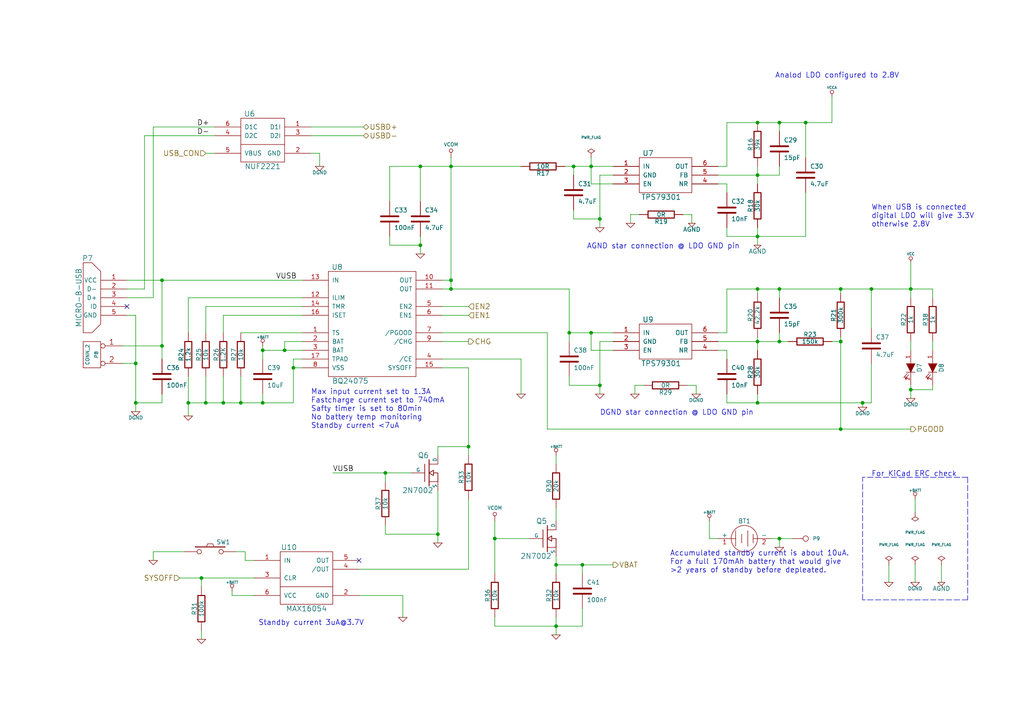
<source format=kicad_sch>
(kicad_sch (version 20211123) (generator eeschema)
  (paper "A4")
  (title_block (title "Crazyflie control board") (date "3 feb 2013") (rev "F") (company "Bitcraze AB (CC BY-NC-SA)"))
  (lib_symbols
    (symbol "Crazyflie-contol-board-rescue:+BATT" (power) (pin_names (offset 0))
      (property "Value" "+BATT" (at 0 2.54 0))
      (symbol "+BATT_0_0"
        (pin power_in line (at 0 0 90) (length 0) hide (name "+BATT") (number "1"))
      )
      (symbol "+BATT_0_1"
        (polyline (pts (xy 0 0) (xy 0 1.016) (xy 0 1.016)))
        (circle (center 0 1.524) (radius 0.508))
      )
    )
    (symbol "Crazyflie-contol-board-rescue:AGND" (power) (pin_names (offset 0.254))
      (property "Value" "AGND" (at 0 -1.778 0))
      (symbol "AGND_0_1"
        (polyline (pts (xy -1.016 0) (xy 1.016 0) (xy 0 -1.016) (xy -1.016 0)))
      )
      (symbol "AGND_1_1"
        (pin power_in line (at 0 0 90) (length 0) hide (name "AGND") (number "1"))
      )
    )
    (symbol "Crazyflie-contol-board-rescue:BATTERY" (pin_names (offset 0))
      (property "Reference" "BT" (at 0 5.08 0))
      (property "Value" "BATTERY" (at 0 -4.826 0))
      (symbol "BATTERY_0_1"
        (polyline (pts (xy -2.54 0) (xy -3.81 0)))
        (polyline (pts (xy -2.54 2.286) (xy -2.54 -2.2606)) (stroke (width 0.1524)))
        (polyline (pts (xy -0.7874 1.27) (xy -0.7874 -1.27)) (stroke (width 0.1524)))
        (polyline (pts (xy 0.9906 2.286) (xy 0.9906 -2.2606)) (stroke (width 0.1524)))
        (polyline (pts (xy 2.54 0) (xy 3.81 0)))
        (polyline (pts (xy 2.54 1.27) (xy 2.54 -1.27)) (stroke (width 0.1524)))
        (circle (center 0 0) (radius 3.81) (stroke (width 0.1524)))
      )
      (symbol "BATTERY_1_1"
        (pin passive line (at -7.62 0 0) (length 3.81) (name "+") (number "1"))
        (pin passive line (at 7.62 0 180) (length 3.81) (name "-") (number "2"))
      )
    )
    (symbol "Crazyflie-contol-board-rescue:BQ24075" (pin_names (offset 1.016))
      (property "Reference" "U" (at -10.16 16.51 0))
      (property "Value" "BQ24075" (at -6.35 -16.51 0))
      (symbol "BQ24075_0_1"
        (rectangle (start -12.7 15.24) (end 12.7 -15.24))
      )
      (symbol "BQ24075_1_1"
        (pin input line (at -20.32 -2.54 0) (length 7.62) (name "TS") (number "1"))
        (pin power_out line (at 20.32 12.7 180) (length 7.62) (name "OUT") (number "10"))
        (pin passive line (at 20.32 10.16 180) (length 7.62) (name "OUT") (number "11"))
        (pin input line (at -20.32 7.62 0) (length 7.62) (name "ILIM") (number "12"))
        (pin power_in line (at -20.32 12.7 0) (length 7.62) (name "IN") (number "13"))
        (pin input line (at -20.32 5.08 0) (length 7.62) (name "TMR") (number "14"))
        (pin input line (at 20.32 -12.7 180) (length 7.62) (name "SYSOFF") (number "15"))
        (pin input line (at -20.32 2.54 0) (length 7.62) (name "ISET") (number "16"))
        (pin input line (at -20.32 -10.16 0) (length 7.62) (name "TPAD") (number "17"))
        (pin passive line (at -20.32 -5.08 0) (length 7.62) (name "BAT") (number "2"))
        (pin power_in line (at -20.32 -7.62 0) (length 7.62) (name "BAT") (number "3"))
        (pin input line (at 20.32 -10.16 180) (length 7.62) (name "/CE") (number "4"))
        (pin input line (at 20.32 5.08 180) (length 7.62) (name "EN2") (number "5"))
        (pin input line (at 20.32 2.54 180) (length 7.62) (name "EN1") (number "6"))
        (pin output line (at 20.32 -2.54 180) (length 7.62) (name "/PGOOD") (number "7"))
        (pin power_in line (at -20.32 -12.7 0) (length 7.62) (name "VSS") (number "8"))
        (pin output line (at 20.32 -5.08 180) (length 7.62) (name "/CHG") (number "9"))
      )
    )
    (symbol "Crazyflie-contol-board-rescue:C" (pin_numbers hide) (pin_names (offset 0.254))
      (property "Reference" "C" (at 1.27 2.54 0))
      (property "Value" "C" (at 1.27 -2.54 0))
      (symbol "C_0_1"
        (polyline (pts (xy -2.54 -0.762) (xy 2.54 -0.762)) (stroke (width 0.508)))
        (polyline (pts (xy -2.54 0.762) (xy 2.54 0.762)) (stroke (width 0.508)))
      )
      (symbol "C_1_1"
        (pin passive line (at 0 5.08 270) (length 4.318) (name "~") (number "1"))
        (pin passive line (at 0 -5.08 90) (length 4.318) (name "~") (number "2"))
      )
    )
    (symbol "Crazyflie-contol-board-rescue:CONN_1" (pin_numbers hide) (pin_names (offset 0.762) hide)
      (property "Reference" "P" (at 2.032 0 0))
      (symbol "CONN_1_0_1"
        (polyline (pts (xy -0.762 0) (xy -1.27 0)))
        (circle (center 0 0) (radius 0.7874))
      )
      (symbol "CONN_1_1_1"
        (pin passive line (at -3.81 0 0) (length 2.54) (name "1") (number "1"))
      )
    )
    (symbol "Crazyflie-contol-board-rescue:CONN_2" (pin_names (offset 1.016) hide)
      (property "Reference" "P" (at -1.27 0 90))
      (property "Value" "CONN_2" (at 1.27 0 90))
      (symbol "CONN_2_0_1"
        (rectangle (start -2.54 3.81) (end 2.54 -3.81))
      )
      (symbol "CONN_2_1_1"
        (pin passive inverted (at -8.89 2.54 0) (length 6.35) (name "P1") (number "1"))
        (pin passive inverted (at -8.89 -2.54 0) (length 6.35) (name "PM") (number "2"))
      )
    )
    (symbol "Crazyflie-contol-board-rescue:DGND" (power) (pin_names (offset 1.016))
      (property "Value" "DGND" (at 0 -1.778 0))
      (symbol "DGND_0_1"
        (polyline (pts (xy -1.27 0) (xy 0 -1.27) (xy 1.27 0) (xy -1.27 0)))
      )
      (symbol "DGND_1_1"
        (pin power_in line (at 0 0 90) (length 0) hide (name "DGND") (number "1"))
      )
    )
    (symbol "Crazyflie-contol-board-rescue:GND" (power) (pin_names (offset 0))
      (symbol "GND_0_1"
        (polyline (pts (xy -1.27 0) (xy 0 -1.27) (xy 1.27 0) (xy -1.27 0)))
      )
      (symbol "GND_1_1"
        (pin power_in line (at 0 0 90) (length 0) hide (name "GND") (number "1"))
      )
    )
    (symbol "Crazyflie-contol-board-rescue:LED" (pin_names (offset 1.016) hide)
      (property "Reference" "D" (at 0 2.54 0))
      (property "Value" "LED" (at 0 -2.54 0))
      (symbol "LED_0_1"
        (polyline (pts (xy 1.27 1.27) (xy 1.27 -1.27)))
        (polyline (pts (xy -1.27 1.27) (xy 1.27 0) (xy -1.27 -1.27)) (fill (type outline)))
        (polyline (pts (xy 1.651 -1.016) (xy 2.794 -2.032) (xy 2.667 -1.397)))
        (polyline (pts (xy 2.032 -0.635) (xy 3.175 -1.651) (xy 3.048 -1.016)))
      )
      (symbol "LED_1_1"
        (pin passive line (at -5.08 0 0) (length 3.81) (name "A") (number "1"))
        (pin passive line (at 5.08 0 180) (length 3.81) (name "K") (number "2"))
      )
    )
    (symbol "Crazyflie-contol-board-rescue:MAX16054" (pin_names (offset 1.016))
      (property "Reference" "U" (at -5.08 8.89 0))
      (property "Value" "MAX16054" (at 0 -8.89 0))
      (symbol "MAX16054_0_1"
        (rectangle (start -7.62 7.62) (end 7.62 -7.62))
        (polyline (pts (xy -7.62 -2.54) (xy 7.62 -2.54)))
      )
      (symbol "MAX16054_1_1"
        (pin input line (at -15.24 5.08 0) (length 7.62) (name "IN") (number "1"))
        (pin input line (at 15.24 -5.08 180) (length 7.62) (name "GND") (number "2"))
        (pin input line (at -15.24 0 0) (length 7.62) (name "CLR") (number "3"))
        (pin output line (at 15.24 2.54 180) (length 7.62) (name "/OUT") (number "4"))
        (pin output line (at 15.24 5.08 180) (length 7.62) (name "OUT") (number "5"))
        (pin input line (at -15.24 -5.08 0) (length 7.62) (name "VCC") (number "6"))
      )
    )
    (symbol "Crazyflie-contol-board-rescue:MICRO-B-USB" (pin_names (offset 1.016))
      (property "Reference" "P" (at -1.27 11.43 0))
      (property "Value" "MICRO-B-USB" (at -3.81 0 90))
      (symbol "MICRO-B-USB_0_1"
        (polyline (pts (xy 2.54 0) (xy 2.54 7.62) (xy 0 10.16) (xy -2.54 10.16) (xy -2.54 -10.16) (xy 0 -10.16) (xy 2.54 -7.62) (xy 2.54 0)))
      )
      (symbol "MICRO-B-USB_1_1"
        (pin power_out line (at 10.16 5.08 180) (length 7.62) (name "VCC") (number "1"))
        (pin bidirectional line (at 10.16 2.54 180) (length 7.62) (name "D-") (number "2"))
        (pin bidirectional line (at 10.16 0 180) (length 7.62) (name "D+") (number "3"))
        (pin bidirectional line (at 10.16 -2.54 180) (length 7.62) (name "ID") (number "4"))
        (pin power_in line (at 10.16 -5.08 180) (length 7.62) (name "GND") (number "5"))
      )
    )
    (symbol "Crazyflie-contol-board-rescue:MOSFET_N" (pin_numbers hide) (pin_names (offset 0))
      (property "Reference" "Q" (at 0.254 4.318 0))
      (property "Value" "MOSFET_N" (at 0.254 -3.81 0))
      (symbol "MOSFET_N_0_1"
        (polyline (pts (xy -1.27 -2.54) (xy -1.27 2.54)) (stroke (width 0.2032)))
        (polyline (pts (xy 0 -3.81) (xy 0 3.81)) (stroke (width 0.254)))
        (polyline (pts (xy 2.54 -2.54) (xy 0 -2.54)))
        (polyline (pts (xy 2.54 2.54) (xy 0 2.54)))
        (polyline (pts (xy 2.54 -2.54) (xy 2.54 0) (xy 1.27 0)) (stroke (width 0.2032)))
        (polyline (pts (xy 1.27 0.762) (xy 1.27 -0.762) (xy 0 0) (xy 1.27 0.762) (xy 1.27 0.762)) (stroke (width 0.2032)))
      )
      (symbol "MOSFET_N_1_1"
        (pin passive line (at 2.54 5.08 270) (length 2.54) (name "D") (number "D"))
        (pin input line (at -5.08 0 0) (length 3.81) (name "G") (number "G"))
        (pin passive line (at 2.54 -5.08 90) (length 2.54) (name "S") (number "S"))
      )
    )
    (symbol "Crazyflie-contol-board-rescue:NUF2221" (pin_names (offset 1.016))
      (property "Reference" "U" (at -3.81 6.35 0))
      (property "Value" "NUF2221" (at 0 -8.89 0))
      (symbol "NUF2221_0_1"
        (rectangle (start -6.35 5.08) (end 6.35 -7.62))
        (polyline (pts (xy -6.35 -2.54) (xy 6.35 -2.54)))
      )
      (symbol "NUF2221_1_1"
        (pin input line (at 13.97 2.54 180) (length 7.62) (name "D1I") (number "1"))
        (pin input line (at 13.97 -5.08 180) (length 7.62) (name "GND") (number "2"))
        (pin input line (at 13.97 0 180) (length 7.62) (name "D2I") (number "3"))
        (pin input line (at -13.97 0 0) (length 7.62) (name "D2C") (number "4"))
        (pin input line (at -13.97 -5.08 0) (length 7.62) (name "VBUS") (number "5"))
        (pin input line (at -13.97 2.54 0) (length 7.62) (name "D1C") (number "6"))
      )
    )
    (symbol "Crazyflie-contol-board-rescue:R" (pin_numbers hide) (pin_names (offset 0))
      (property "Reference" "R" (at 2.032 0 90))
      (property "Value" "R" (at 0 0 90))
      (symbol "R_0_1"
        (rectangle (start -1.016 3.81) (end 1.016 -3.81) (stroke (width 0.3048)))
      )
      (symbol "R_1_1"
        (pin passive line (at 0 6.35 270) (length 2.54) (name "~") (number "1"))
        (pin passive line (at 0 -6.35 90) (length 2.54) (name "~") (number "2"))
      )
    )
    (symbol "Crazyflie-contol-board-rescue:SW_PUSH" (pin_numbers hide) (pin_names (offset 1.016) hide)
      (property "Reference" "SW" (at 3.81 2.794 0))
      (property "Value" "SW_PUSH" (at 0 -2.032 0))
      (symbol "SW_PUSH_0_1"
        (rectangle (start -4.318 1.27) (end 4.318 1.524))
        (polyline (pts (xy -1.016 1.524) (xy -0.762 2.286) (xy 0.762 2.286) (xy 1.016 1.524)))
        (pin passive inverted (at -7.62 0 0) (length 5.08) (name "1") (number "1"))
        (pin passive inverted (at 7.62 0 180) (length 5.08) (name "2") (number "2"))
      )
    )
    (symbol "Crazyflie-contol-board-rescue:TPS79301" (pin_names (offset 1.016))
      (property "Reference" "U" (at -6.35 8.89 0))
      (property "Value" "TPS79301" (at -2.54 6.35 0))
      (symbol "TPS79301_0_1"
        (rectangle (start -7.62 5.08) (end 7.62 -5.08))
      )
      (symbol "TPS79301_1_1"
        (pin power_in line (at -15.24 2.54 0) (length 7.62) (name "IN") (number "1"))
        (pin power_in line (at -15.24 0 0) (length 7.62) (name "GND") (number "2"))
        (pin input line (at -15.24 -2.54 0) (length 7.62) (name "EN") (number "3"))
        (pin passive line (at 15.24 -2.54 180) (length 7.62) (name "NR") (number "4"))
        (pin input line (at 15.24 0 180) (length 7.62) (name "FB") (number "5"))
        (pin power_out line (at 15.24 2.54 180) (length 7.62) (name "OUT") (number "6"))
      )
    )
    (symbol "Crazyflie-contol-board-rescue:VCC" (power) (pin_names (offset 0))
      (property "Value" "VCC" (at 0 2.54 0))
      (symbol "VCC_0_0"
        (pin power_in line (at 0 0 90) (length 0) hide (name "VCC") (number "1"))
      )
      (symbol "VCC_0_1"
        (polyline (pts (xy 0 0) (xy 0 0.762) (xy 0 0.762)))
        (circle (center 0 1.27) (radius 0.508))
      )
    )
    (symbol "Crazyflie-contol-board-rescue:VCCA" (power) (pin_names (offset 0))
      (property "Value" "VCCA" (at 0 2.54 0))
      (symbol "VCCA_0_0"
        (pin power_in line (at 0 0 90) (length 0) hide (name "VCCA") (number "1"))
      )
      (symbol "VCCA_0_1"
        (polyline (pts (xy 0 0) (xy 0 0.762) (xy 0 0.762)))
        (circle (center 0 1.27) (radius 0.508))
      )
    )
    (symbol "Crazyflie-contol-board-rescue:VCOM" (pin_names (offset 0))
      (property "Value" "VCOM" (at 0 3.81 0))
      (symbol "VCOM_0_0"
        (pin power_in line (at 0 0 90) (length 0) hide (name "VCOM") (number "1"))
      )
      (symbol "VCOM_0_1"
        (polyline (pts (xy 0 1.524) (xy 0 0)))
        (circle (center 0 2.032) (radius 0.508))
      )
    )
    (symbol "power:PWR_FLAG" (power) (pin_numbers hide) (pin_names (offset 0) hide)
      (property "Value" "PWR_FLAG" (at 0 3.81 0))
      (symbol "PWR_FLAG_0_0"
        (pin power_out line (at 0 0 90) (length 0) (name "pwr") (number "1"))
      )
      (symbol "PWR_FLAG_0_1"
        (polyline (pts (xy 0 0) (xy 0 1.27) (xy -1.016 1.905) (xy 0 2.54) (xy 1.016 1.905) (xy 0 1.27)))
      )
    )
  )
  (junction (at 173.99 63.5))
  (junction (at 130.81 83.82))
  (junction (at 264.16 113.03))
  (junction (at 219.71 99.06))
  (junction (at 39.37 116.84))
  (junction (at 82.55 101.6))
  (junction (at 54.61 116.84))
  (junction (at 121.92 71.12))
  (junction (at 127 154.94))
  (junction (at 219.71 50.8))
  (junction (at 252.73 83.82))
  (junction (at 161.29 163.83))
  (junction (at 171.45 48.26))
  (junction (at 46.99 100.33))
  (junction (at 219.71 68.58))
  (junction (at 219.71 116.84))
  (junction (at 161.29 181.61))
  (junction (at 130.81 48.26))
  (junction (at 219.71 83.82))
  (junction (at 243.84 83.82))
  (junction (at 226.06 99.06))
  (junction (at 121.92 48.26))
  (junction (at 58.42 167.64))
  (junction (at 143.51 156.21))
  (junction (at 166.37 48.26))
  (junction (at 59.69 116.84))
  (junction (at 76.2 101.6))
  (junction (at 85.09 106.68))
  (junction (at 135.89 129.54))
  (junction (at 64.77 116.84))
  (junction (at 219.71 35.56))
  (junction (at 226.06 156.21))
  (junction (at 171.45 96.52))
  (junction (at 243.84 99.06))
  (junction (at 76.2 116.84))
  (junction (at 165.1 96.52))
  (junction (at 111.76 137.16))
  (junction (at 173.99 111.76))
  (junction (at 250.19 116.84))
  (junction (at 130.81 81.28))
  (junction (at 243.84 124.46))
  (junction (at 39.37 105.41))
  (junction (at 264.16 83.82))
  (junction (at 168.91 163.83))
  (junction (at 226.06 35.56))
  (junction (at 226.06 83.82))
  (junction (at 69.85 116.84))
  (junction (at 46.99 81.28))
  (junction (at 233.68 35.56))
  (no_connect (at 104.14 162.56))
  (no_connect (at 36.83 88.9))
  (wire (pts (xy 210.82 35.56) (xy 219.71 35.56)))
  (wire (pts (xy 168.91 163.83) (xy 161.29 163.83)))
  (wire (pts (xy 243.84 124.46) (xy 264.16 124.46)))
  (wire (pts (xy 54.61 86.36) (xy 87.63 86.36)))
  (wire (pts (xy 128.27 83.82) (xy 130.81 83.82)))
  (wire (pts (xy 264.16 113.03) (xy 264.16 111.76)))
  (wire (pts (xy 76.2 101.6) (xy 76.2 100.33)))
  (wire (pts (xy 273.05 163.83) (xy 273.05 168.91)))
  (wire (pts (xy 264.16 113.03) (xy 270.51 113.03)))
  (wire (pts (xy 166.37 48.26) (xy 166.37 50.8)))
  (wire (pts (xy 173.99 111.76) (xy 173.99 114.3)))
  (wire (pts (xy 143.51 156.21) (xy 143.51 151.13)))
  (wire (pts (xy 250.19 116.84) (xy 250.19 118.11)))
  (wire (pts (xy 219.71 101.6) (xy 219.71 99.06)))
  (wire (pts (xy 166.37 48.26) (xy 163.83 48.26)))
  (wire (pts (xy 243.84 124.46) (xy 243.84 99.06)))
  (wire (pts (xy 53.34 160.02) (xy 44.45 160.02)))
  (wire (pts (xy 265.43 144.78) (xy 265.43 148.59)))
  (wire (pts (xy 177.8 99.06) (xy 173.99 99.06)))
  (wire (pts (xy 233.68 35.56) (xy 233.68 45.72)))
  (wire (pts (xy 58.42 170.18) (xy 58.42 167.64)))
  (wire (pts (xy 219.71 83.82) (xy 210.82 83.82)))
  (wire (pts (xy 82.55 101.6) (xy 76.2 101.6)))
  (wire (pts (xy 171.45 96.52) (xy 171.45 101.6)))
  (wire (pts (xy 67.31 171.45) (xy 67.31 172.72)))
  (wire (pts (xy 161.29 181.61) (xy 143.51 181.61)))
  (wire (pts (xy 226.06 48.26) (xy 226.06 50.8)))
  (wire (pts (xy 184.15 111.76) (xy 184.15 114.3)))
  (wire (pts (xy 92.71 44.45) (xy 92.71 48.26)))
  (wire (pts (xy 44.45 86.36) (xy 44.45 36.83)))
  (wire (pts (xy 121.92 71.12) (xy 121.92 68.58)))
  (wire (pts (xy 177.8 50.8) (xy 173.99 50.8)))
  (wire (pts (xy 226.06 35.56) (xy 233.68 35.56)))
  (wire (pts (xy 113.03 58.42) (xy 113.03 48.26)))
  (wire (pts (xy 46.99 116.84) (xy 39.37 116.84)))
  (wire (pts (xy 151.13 104.14) (xy 151.13 114.3)))
  (wire (pts (xy 64.77 116.84) (xy 59.69 116.84)))
  (wire (pts (xy 54.61 120.65) (xy 54.61 116.84)))
  (wire (pts (xy 226.06 96.52) (xy 226.06 99.06)))
  (wire (pts (xy 113.03 71.12) (xy 113.03 68.58)))
  (wire (pts (xy 233.68 35.56) (xy 241.3 35.56)))
  (wire (pts (xy 201.93 114.3) (xy 201.93 111.76)))
  (wire (pts (xy 252.73 116.84) (xy 250.19 116.84)))
  (wire (pts (xy 113.03 48.26) (xy 121.92 48.26)))
  (wire (pts (xy 182.88 62.23) (xy 182.88 64.77)))
  (wire (pts (xy 59.69 109.22) (xy 59.69 116.84)))
  (wire (pts (xy 171.45 48.26) (xy 166.37 48.26)))
  (wire (pts (xy 85.09 104.14) (xy 85.09 106.68)))
  (wire (pts (xy 270.51 99.06) (xy 270.51 101.6)))
  (wire (pts (xy 205.74 151.13) (xy 205.74 156.21)))
  (wire (pts (xy 210.82 48.26) (xy 210.82 35.56)))
  (wire (pts (xy 104.14 172.72) (xy 116.84 172.72)))
  (wire (pts (xy 64.77 91.44) (xy 87.63 91.44)))
  (wire (pts (xy 219.71 48.26) (xy 219.71 50.8)))
  (wire (pts (xy 46.99 104.14) (xy 46.99 100.33)))
  (wire (pts (xy 90.17 36.83) (xy 105.41 36.83)))
  (wire (pts (xy 243.84 83.82) (xy 226.06 83.82)))
  (wire (pts (xy 130.81 45.72) (xy 130.81 48.26)))
  (wire (pts (xy 111.76 137.16) (xy 96.52 137.16)))
  (wire (pts (xy 226.06 156.21) (xy 223.52 156.21)))
  (wire (pts (xy 252.73 83.82) (xy 243.84 83.82)))
  (wire (pts (xy 121.92 73.66) (xy 121.92 71.12)))
  (wire (pts (xy 46.99 100.33) (xy 46.99 81.28)))
  (wire (pts (xy 64.77 116.84) (xy 64.77 109.22)))
  (wire (pts (xy 76.2 104.14) (xy 76.2 101.6)))
  (wire (pts (xy 171.45 53.34) (xy 177.8 53.34)))
  (wire (pts (xy 39.37 105.41) (xy 39.37 91.44)))
  (wire (pts (xy 210.82 53.34) (xy 210.82 55.88)))
  (wire (pts (xy 161.29 163.83) (xy 161.29 161.29)))
  (polyline (pts (xy 280.67 138.43) (xy 280.67 173.99)))
  (wire (pts (xy 168.91 181.61) (xy 168.91 176.53)))
  (wire (pts (xy 173.99 111.76) (xy 165.1 111.76)))
  (wire (pts (xy 41.91 83.82) (xy 36.83 83.82)))
  (wire (pts (xy 171.45 48.26) (xy 171.45 53.34)))
  (wire (pts (xy 161.29 181.61) (xy 161.29 179.07)))
  (wire (pts (xy 173.99 50.8) (xy 173.99 63.5)))
  (wire (pts (xy 166.37 63.5) (xy 173.99 63.5)))
  (wire (pts (xy 130.81 83.82) (xy 165.1 83.82)))
  (wire (pts (xy 127 154.94) (xy 127 142.24)))
  (wire (pts (xy 177.8 163.83) (xy 168.91 163.83)))
  (wire (pts (xy 111.76 137.16) (xy 111.76 139.7)))
  (wire (pts (xy 54.61 96.52) (xy 54.61 86.36)))
  (wire (pts (xy 71.12 160.02) (xy 68.58 160.02)))
  (wire (pts (xy 46.99 81.28) (xy 36.83 81.28)))
  (wire (pts (xy 219.71 35.56) (xy 226.06 35.56)))
  (wire (pts (xy 59.69 44.45) (xy 62.23 44.45)))
  (wire (pts (xy 90.17 39.37) (xy 105.41 39.37)))
  (wire (pts (xy 87.63 81.28) (xy 46.99 81.28)))
  (wire (pts (xy 173.99 63.5) (xy 173.99 66.04)))
  (wire (pts (xy 226.06 83.82) (xy 226.06 86.36)))
  (wire (pts (xy 119.38 137.16) (xy 111.76 137.16)))
  (wire (pts (xy 264.16 76.2) (xy 264.16 83.82)))
  (wire (pts (xy 73.66 167.64) (xy 58.42 167.64)))
  (wire (pts (xy 200.66 64.77) (xy 200.66 62.23)))
  (wire (pts (xy 200.66 62.23) (xy 198.12 62.23)))
  (wire (pts (xy 252.73 83.82) (xy 252.73 95.25)))
  (wire (pts (xy 135.89 106.68) (xy 128.27 106.68)))
  (wire (pts (xy 265.43 163.83) (xy 265.43 168.91)))
  (wire (pts (xy 87.63 101.6) (xy 82.55 101.6)))
  (wire (pts (xy 41.91 39.37) (xy 62.23 39.37)))
  (wire (pts (xy 121.92 71.12) (xy 113.03 71.12)))
  (wire (pts (xy 210.82 101.6) (xy 210.82 104.14)))
  (wire (pts (xy 233.68 68.58) (xy 219.71 68.58)))
  (wire (pts (xy 219.71 85.09) (xy 219.71 83.82)))
  (wire (pts (xy 219.71 50.8) (xy 208.28 50.8)))
  (wire (pts (xy 243.84 83.82) (xy 243.84 85.09)))
  (wire (pts (xy 111.76 154.94) (xy 111.76 152.4)))
  (wire (pts (xy 54.61 116.84) (xy 54.61 109.22)))
  (wire (pts (xy 243.84 99.06) (xy 243.84 97.79)))
  (wire (pts (xy 161.29 134.62) (xy 161.29 132.08)))
  (wire (pts (xy 59.69 116.84) (xy 54.61 116.84)))
  (wire (pts (xy 165.1 83.82) (xy 165.1 96.52)))
  (wire (pts (xy 69.85 116.84) (xy 64.77 116.84)))
  (wire (pts (xy 233.68 55.88) (xy 233.68 68.58)))
  (wire (pts (xy 69.85 116.84) (xy 69.85 109.22)))
  (wire (pts (xy 186.69 111.76) (xy 184.15 111.76)))
  (wire (pts (xy 87.63 88.9) (xy 59.69 88.9)))
  (wire (pts (xy 257.81 163.83) (xy 257.81 168.91)))
  (wire (pts (xy 87.63 106.68) (xy 85.09 106.68)))
  (polyline (pts (xy 250.19 173.99) (xy 250.19 138.43)))
  (wire (pts (xy 104.14 165.1) (xy 135.89 165.1)))
  (wire (pts (xy 177.8 48.26) (xy 171.45 48.26)))
  (wire (pts (xy 228.6 99.06) (xy 226.06 99.06)))
  (wire (pts (xy 128.27 104.14) (xy 151.13 104.14)))
  (wire (pts (xy 64.77 96.52) (xy 64.77 91.44)))
  (wire (pts (xy 226.06 50.8) (xy 219.71 50.8)))
  (wire (pts (xy 153.67 156.21) (xy 143.51 156.21)))
  (wire (pts (xy 229.87 156.21) (xy 226.06 156.21)))
  (wire (pts (xy 121.92 48.26) (xy 130.81 48.26)))
  (wire (pts (xy 128.27 96.52) (xy 158.75 96.52)))
  (polyline (pts (xy 280.67 173.99) (xy 250.19 173.99)))
  (wire (pts (xy 210.82 96.52) (xy 208.28 96.52)))
  (wire (pts (xy 171.45 101.6) (xy 177.8 101.6)))
  (wire (pts (xy 62.23 36.83) (xy 44.45 36.83)))
  (wire (pts (xy 76.2 114.3) (xy 76.2 116.84)))
  (wire (pts (xy 130.81 48.26) (xy 130.81 81.28)))
  (wire (pts (xy 210.82 83.82) (xy 210.82 96.52)))
  (wire (pts (xy 161.29 184.15) (xy 161.29 181.61)))
  (wire (pts (xy 58.42 167.64) (xy 52.07 167.64)))
  (wire (pts (xy 39.37 116.84) (xy 39.37 105.41)))
  (wire (pts (xy 71.12 162.56) (xy 71.12 160.02)))
  (wire (pts (xy 143.51 166.37) (xy 143.51 156.21)))
  (wire (pts (xy 165.1 96.52) (xy 165.1 99.06)))
  (wire (pts (xy 161.29 147.32) (xy 161.29 151.13)))
  (wire (pts (xy 85.09 106.68) (xy 85.09 116.84)))
  (wire (pts (xy 165.1 111.76) (xy 165.1 109.22)))
  (wire (pts (xy 241.3 35.56) (xy 241.3 27.94)))
  (wire (pts (xy 39.37 105.41) (xy 35.56 105.41)))
  (wire (pts (xy 135.89 129.54) (xy 135.89 106.68)))
  (wire (pts (xy 127 157.48) (xy 127 154.94)))
  (wire (pts (xy 226.06 83.82) (xy 219.71 83.82)))
  (wire (pts (xy 82.55 99.06) (xy 87.63 99.06)))
  (wire (pts (xy 252.73 105.41) (xy 252.73 116.84)))
  (wire (pts (xy 208.28 48.26) (xy 210.82 48.26)))
  (wire (pts (xy 219.71 50.8) (xy 219.71 53.34)))
  (wire (pts (xy 135.89 132.08) (xy 135.89 129.54)))
  (wire (pts (xy 205.74 156.21) (xy 208.28 156.21)))
  (wire (pts (xy 85.09 104.14) (xy 87.63 104.14)))
  (wire (pts (xy 36.83 86.36) (xy 44.45 86.36)))
  (wire (pts (xy 158.75 96.52) (xy 158.75 124.46)))
  (wire (pts (xy 127 132.08) (xy 127 129.54)))
  (wire (pts (xy 135.89 88.9) (xy 128.27 88.9)))
  (wire (pts (xy 219.71 114.3) (xy 219.71 116.84)))
  (wire (pts (xy 210.82 66.04) (xy 210.82 68.58)))
  (wire (pts (xy 116.84 172.72) (xy 116.84 179.07)))
  (wire (pts (xy 35.56 100.33) (xy 46.99 100.33)))
  (wire (pts (xy 90.17 44.45) (xy 92.71 44.45)))
  (wire (pts (xy 264.16 83.82) (xy 252.73 83.82)))
  (wire (pts (xy 76.2 116.84) (xy 69.85 116.84)))
  (wire (pts (xy 128.27 99.06) (xy 135.89 99.06)))
  (wire (pts (xy 130.81 81.28) (xy 128.27 81.28)))
  (wire (pts (xy 264.16 115.57) (xy 264.16 113.03)))
  (wire (pts (xy 219.71 68.58) (xy 219.71 66.04)))
  (wire (pts (xy 135.89 91.44) (xy 128.27 91.44)))
  (wire (pts (xy 158.75 124.46) (xy 243.84 124.46)))
  (wire (pts (xy 171.45 45.72) (xy 171.45 48.26)))
  (wire (pts (xy 44.45 160.02) (xy 44.45 162.56)))
  (wire (pts (xy 171.45 96.52) (xy 165.1 96.52)))
  (wire (pts (xy 127 154.94) (xy 111.76 154.94)))
  (wire (pts (xy 168.91 181.61) (xy 161.29 181.61)))
  (wire (pts (xy 185.42 62.23) (xy 182.88 62.23)))
  (wire (pts (xy 219.71 68.58) (xy 210.82 68.58)))
  (wire (pts (xy 73.66 162.56) (xy 71.12 162.56)))
  (wire (pts (xy 127 129.54) (xy 135.89 129.54)))
  (wire (pts (xy 39.37 91.44) (xy 36.83 91.44)))
  (wire (pts (xy 168.91 163.83) (xy 168.91 166.37)))
  (wire (pts (xy 201.93 111.76) (xy 199.39 111.76)))
  (wire (pts (xy 264.16 99.06) (xy 264.16 101.6)))
  (wire (pts (xy 58.42 182.88) (xy 58.42 185.42)))
  (wire (pts (xy 87.63 96.52) (xy 69.85 96.52)))
  (wire (pts (xy 210.82 114.3) (xy 210.82 116.84)))
  (wire (pts (xy 219.71 116.84) (xy 210.82 116.84)))
  (wire (pts (xy 219.71 99.06) (xy 219.71 97.79)))
  (wire (pts (xy 208.28 101.6) (xy 210.82 101.6)))
  (wire (pts (xy 135.89 165.1) (xy 135.89 144.78)))
  (wire (pts (xy 177.8 96.52) (xy 171.45 96.52)))
  (wire (pts (xy 173.99 99.06) (xy 173.99 111.76)))
  (wire (pts (xy 241.3 99.06) (xy 243.84 99.06)))
  (wire (pts (xy 226.06 99.06) (xy 219.71 99.06)))
  (wire (pts (xy 264.16 83.82) (xy 264.16 86.36)))
  (wire (pts (xy 143.51 181.61) (xy 143.51 179.07)))
  (wire (pts (xy 226.06 35.56) (xy 226.06 38.1)))
  (wire (pts (xy 166.37 60.96) (xy 166.37 63.5)))
  (polyline (pts (xy 280.67 138.43) (xy 250.19 138.43)))
  (wire (pts (xy 67.31 172.72) (xy 73.66 172.72)))
  (wire (pts (xy 226.06 158.75) (xy 226.06 156.21)))
  (wire (pts (xy 270.51 83.82) (xy 264.16 83.82)))
  (wire (pts (xy 270.51 86.36) (xy 270.51 83.82)))
  (wire (pts (xy 161.29 166.37) (xy 161.29 163.83)))
  (wire (pts (xy 130.81 48.26) (xy 151.13 48.26)))
  (wire (pts (xy 219.71 71.12) (xy 219.71 68.58)))
  (wire (pts (xy 39.37 119.38) (xy 39.37 116.84)))
  (wire (pts (xy 219.71 99.06) (xy 208.28 99.06)))
  (wire (pts (xy 41.91 39.37) (xy 41.91 83.82)))
  (wire (pts (xy 59.69 88.9) (xy 59.69 96.52)))
  (wire (pts (xy 208.28 53.34) (xy 210.82 53.34)))
  (wire (pts (xy 85.09 116.84) (xy 76.2 116.84)))
  (wire (pts (xy 82.55 101.6) (xy 82.55 99.06)))
  (wire (pts (xy 130.81 81.28) (xy 130.81 83.82)))
  (wire (pts (xy 46.99 114.3) (xy 46.99 116.84)))
  (wire (pts (xy 250.19 116.84) (xy 219.71 116.84)))
  (wire (pts (xy 270.51 113.03) (xy 270.51 111.76)))
  (wire (pts (xy 121.92 58.42) (xy 121.92 48.26)))
  (text "Max input current set to 1.3A\nFastcharge current set to 740mA\nSafty timer is set to 80min\nNo battery temp monitoring\nStandby current <7uA" (at 90.17 124.46 0) (effects (font (size 1.524 1.524)) (justify left bottom)))
  (text "For KiCad ERC check" (at 252.73 138.43 0) (effects (font (size 1.524 1.524)) (justify left bottom)))
  (text "When USB is connected \ndigital LDO will give 3.3V \notherwise 2.8V" (at 252.73 66.04 0) (effects (font (size 1.524 1.524)) (justify left bottom)))
  (text "Accumulated standby current is about 10uA. \nFor a full 170mAh battery that would give \n>2 years of standby before depleated. " (at 194.31 166.37 0) (effects (font (size 1.524 1.524)) (justify left bottom)))
  (text "AGND star connection @ LDO GND pin" (at 170.18 72.39 0) (effects (font (size 1.524 1.524)) (justify left bottom)))
  (text "Analod LDO configured to 2.8V" (at 224.79 22.86 0) (effects (font (size 1.524 1.524)) (justify left bottom)))
  (text "Standby current 3uA@3.7V" (at 74.93 181.61 0) (effects (font (size 1.524 1.524)) (justify left bottom)))
  (text "DGND star connection @ LDO GND pin" (at 173.99 120.65 0) (effects (font (size 1.524 1.524)) (justify left bottom)))
  (label "VUSB" (at 80.01 81.28 0) (effects (font (size 1.524 1.524))))
  (label "VUSB" (at 96.52 137.16 0) (effects (font (size 1.524 1.524))))
  (label "D+" (at 57.15 36.83 0) (effects (font (size 1.524 1.524))))
  (label "D-" (at 57.15 39.37 0) (effects (font (size 1.524 1.524))))
  (hierarchical_label "EN2" (shape input) (at 135.89 88.9 0) (effects (font (size 1.524 1.524))))
  (hierarchical_label "CHG" (shape output) (at 135.89 99.06 0) (effects (font (size 1.524 1.524))))
  (hierarchical_label "USBD+" (shape bidirectional) (at 105.41 36.83 0) (effects (font (size 1.524 1.524))))
  (hierarchical_label "EN1" (shape input) (at 135.89 91.44 0) (effects (font (size 1.524 1.524))))
  (hierarchical_label "USBD-" (shape bidirectional) (at 105.41 39.37 0) (effects (font (size 1.524 1.524))))
  (hierarchical_label "VBAT" (shape output) (at 177.8 163.83 0) (effects (font (size 1.524 1.524))))
  (hierarchical_label "SYSOFF" (shape input) (at 52.07 167.64 180) (effects (font (size 1.524 1.524))))
  (hierarchical_label "USB_CON" (shape input) (at 59.69 44.45 180) (effects (font (size 1.524 1.524))))
  (hierarchical_label "PGOOD" (shape output) (at 264.16 124.46 0) (effects (font (size 1.524 1.524))))
  (symbol (lib_id "Crazyflie-contol-board-rescue:MICRO-B-USB") (at 26.67 86.36 0) (unit 1)
    (property "Reference" "P7" (at 25.4 74.93 0) (effects (font (size 1.524 1.524))))
    (property "Value" "MICRO-B-USB" (at 22.86 86.36 90) (effects (font (size 1.524 1.524))))
    (property "Footprint" "ZX62-B-5PA_11_CFK" (effects hide))
    (property "Field4" "Hirose Connectors" (effects hide))
    (property "Field5" "ZX62-B-5PA(11)" (effects hide))
  )
  (symbol (lib_id "Crazyflie-contol-board-rescue:+BATT") (at 76.2 100.33 0) (unit 1)
    (property "Reference" "#PWR085" (effects hide))
    (property "Value" "+BATT" (at 76.2 97.79 0) (effects (font (size 0.762 0.762))))
  )
  (symbol (lib_id "Crazyflie-contol-board-rescue:NUF2221") (at 76.2 39.37 0) (unit 1)
    (property "Reference" "U6" (at 72.39 33.02 0) (effects (font (size 1.524 1.524))))
    (property "Value" "NUF2221" (at 76.2 48.26 0) (effects (font (size 1.524 1.524))))
    (property "Footprint" "SOT363" (effects hide))
    (property "Field4" "OnSemi" (effects hide))
    (property "Field5" "NUF2221W1T2G" (effects hide))
  )
  (symbol (lib_id "Crazyflie-contol-board-rescue:DGND") (at 92.71 48.26 0) (unit 1)
    (property "Reference" "#PWR084" (effects hide))
    (property "Value" "DGND" (at 92.71 50.038 0) (effects (font (size 1.016 1.016))))
  )
  (symbol (lib_id "Crazyflie-contol-board-rescue:C") (at 166.37 55.88 0) (unit 1)
    (property "Reference" "C31" (at 167.64 53.34 0) (effects (justify left)))
    (property "Value" "4.7uF" (at 167.64 58.42 0) (effects (justify left)))
    (property "Footprint" "SM0603_Capa" (effects hide))
  )
  (symbol (lib_id "Crazyflie-contol-board-rescue:C") (at 165.1 104.14 0) (unit 1)
    (property "Reference" "C38" (at 166.37 101.6 0) (effects (justify left)))
    (property "Value" "100nF" (at 166.37 106.68 0) (effects (justify left)))
    (property "Footprint" "SM0603_Capa" (effects hide))
  )
  (symbol (lib_id "Crazyflie-contol-board-rescue:C") (at 252.73 100.33 0) (unit 1)
    (property "Reference" "C37" (at 254 97.79 0) (effects (justify left)))
    (property "Value" "4.7uF" (at 254 102.87 0) (effects (justify left)))
    (property "Footprint" "SM0603_Capa" (effects hide))
  )
  (symbol (lib_id "Crazyflie-contol-board-rescue:C") (at 210.82 109.22 0) (unit 1)
    (property "Reference" "C40" (at 212.09 106.68 0) (effects (justify left)))
    (property "Value" "10nF" (at 212.09 111.76 0) (effects (justify left)))
    (property "Footprint" "SM0603_Capa" (effects hide))
    (property "Field4" "General" (effects hide))
    (property "Field5" "X7R, +/-10%, 25V" (effects hide))
  )
  (symbol (lib_id "Crazyflie-contol-board-rescue:C") (at 210.82 60.96 0) (unit 1)
    (property "Reference" "C32" (at 212.09 58.42 0) (effects (justify left)))
    (property "Value" "10nF" (at 212.09 63.5 0) (effects (justify left)))
    (property "Footprint" "SM0603_Capa" (effects hide))
    (property "Field4" "General" (effects hide))
    (property "Field5" "X7R, +/-10, 25V" (effects hide))
  )
  (symbol (lib_id "Crazyflie-contol-board-rescue:C") (at 233.68 50.8 0) (unit 1)
    (property "Reference" "C30" (at 234.95 48.26 0) (effects (justify left)))
    (property "Value" "4.7uF" (at 234.95 53.34 0) (effects (justify left)))
    (property "Footprint" "SM0603_Capa" (effects hide))
  )
  (symbol (lib_id "Crazyflie-contol-board-rescue:R") (at 157.48 48.26 270) (unit 1)
    (property "Reference" "R17" (at 157.48 50.292 90))
    (property "Value" "10R" (at 157.48 48.26 90))
    (property "Footprint" "SM0603" (effects hide))
    (property "Field4" "General" (effects hide))
    (property "Field5" "+/-1%, 0.125W, 50V" (effects hide))
  )
  (symbol (lib_id "Crazyflie-contol-board-rescue:GND") (at 173.99 66.04 0) (unit 1)
    (property "Reference" "#PWR083" (effects hide))
    (property "Value" "GND" (effects hide))
  )
  (symbol (lib_id "Crazyflie-contol-board-rescue:GND") (at 173.99 114.3 0) (unit 1)
    (property "Reference" "#PWR082" (effects hide))
    (property "Value" "GND" (effects hide))
  )
  (symbol (lib_id "Crazyflie-contol-board-rescue:GND") (at 121.92 73.66 0) (unit 1)
    (property "Reference" "#PWR081" (effects hide))
    (property "Value" "GND" (effects hide))
  )
  (symbol (lib_id "Crazyflie-contol-board-rescue:AGND") (at 219.71 71.12 0) (unit 1)
    (property "Reference" "#PWR080" (effects hide))
    (property "Value" "AGND" (at 219.71 72.898 0))
  )
  (symbol (lib_id "Crazyflie-contol-board-rescue:DGND") (at 250.19 118.11 0) (unit 1)
    (property "Reference" "#PWR079" (effects hide))
    (property "Value" "DGND" (at 250.19 119.888 0) (effects (font (size 1.016 1.016))))
  )
  (symbol (lib_id "Crazyflie-contol-board-rescue:GND") (at 182.88 64.77 0) (unit 1)
    (property "Reference" "#PWR078" (effects hide))
    (property "Value" "GND" (effects hide))
  )
  (symbol (lib_id "Crazyflie-contol-board-rescue:AGND") (at 200.66 64.77 0) (unit 1)
    (property "Reference" "#PWR077" (effects hide))
    (property "Value" "AGND" (at 200.66 66.548 0))
  )
  (symbol (lib_id "Crazyflie-contol-board-rescue:GND") (at 184.15 114.3 0) (unit 1)
    (property "Reference" "#PWR076" (effects hide))
    (property "Value" "GND" (effects hide))
  )
  (symbol (lib_id "Crazyflie-contol-board-rescue:DGND") (at 201.93 114.3 0) (unit 1)
    (property "Reference" "#PWR075" (effects hide))
    (property "Value" "DGND" (at 201.93 116.078 0) (effects (font (size 1.016 1.016))))
  )
  (symbol (lib_id "Crazyflie-contol-board-rescue:VCC") (at 264.16 76.2 0) (unit 1)
    (property "Reference" "#PWR074" (effects hide))
    (property "Value" "VCC" (at 264.16 73.66 0) (effects (font (size 0.762 0.762))))
  )
  (symbol (lib_id "Crazyflie-contol-board-rescue:VCCA") (at 241.3 27.94 0) (unit 1)
    (property "Reference" "#PWR073" (effects hide))
    (property "Value" "VCCA" (at 241.3 25.4 0) (effects (font (size 0.762 0.762))))
  )
  (symbol (lib_id "Crazyflie-contol-board-rescue:C") (at 76.2 109.22 0) (unit 1)
    (property "Reference" "C39" (at 77.47 106.68 0) (effects (justify left)))
    (property "Value" "10uF" (at 77.47 111.76 0) (effects (justify left)))
    (property "Footprint" "SM0603_Capa" (effects hide))
    (property "Field4" "General" (effects hide))
    (property "Field5" "X5R, +/-20%, 6.3V" (effects hide))
  )
  (symbol (lib_id "Crazyflie-contol-board-rescue:C") (at 46.99 109.22 0) (unit 1)
    (property "Reference" "C36" (at 48.26 106.68 0) (effects (justify left)))
    (property "Value" "100nF" (at 48.26 111.76 0) (effects (justify left)))
    (property "Footprint" "SM0603_Capa" (effects hide))
  )
  (symbol (lib_id "Crazyflie-contol-board-rescue:R") (at 54.61 102.87 180) (unit 1)
    (property "Reference" "R24" (at 52.578 102.87 90))
    (property "Value" "1.2k" (at 54.61 102.87 90))
    (property "Footprint" "SM0603" (effects hide))
    (property "Field4" "General" (effects hide))
    (property "Field5" "+/-1%, 0.125W, 50V" (effects hide))
  )
  (symbol (lib_id "Crazyflie-contol-board-rescue:R") (at 64.77 102.87 180) (unit 1)
    (property "Reference" "R26" (at 62.738 102.87 90))
    (property "Value" "1.2K" (at 64.77 102.87 90))
    (property "Footprint" "SM0603" (effects hide))
  )
  (symbol (lib_id "Crazyflie-contol-board-rescue:GND") (at 151.13 114.3 0) (unit 1)
    (property "Reference" "#PWR072" (effects hide))
    (property "Value" "GND" (effects hide))
  )
  (symbol (lib_id "Crazyflie-contol-board-rescue:R") (at 69.85 102.87 180) (unit 1)
    (property "Reference" "R27" (at 67.818 102.87 90))
    (property "Value" "10k" (at 69.85 102.87 90))
    (property "Footprint" "SM0603" (effects hide))
    (property "Field4" "Genaral" (effects hide))
    (property "Field5" "+/-1%, 0.125W, 50V" (effects hide))
  )
  (symbol (lib_id "Crazyflie-contol-board-rescue:R") (at 161.29 140.97 180) (unit 1)
    (property "Reference" "R30" (at 159.258 140.97 90))
    (property "Value" "20k" (at 161.29 140.97 90))
    (property "Footprint" "SM0603" (effects hide))
  )
  (symbol (lib_id "Crazyflie-contol-board-rescue:R") (at 161.29 172.72 180) (unit 1)
    (property "Reference" "R32" (at 159.258 172.72 90))
    (property "Value" "10k" (at 161.29 172.72 90))
    (property "Footprint" "SM0603" (effects hide))
  )
  (symbol (lib_id "Crazyflie-contol-board-rescue:GND") (at 161.29 184.15 0) (unit 1)
    (property "Reference" "#PWR071" (effects hide))
    (property "Value" "GND" (effects hide))
  )
  (symbol (lib_id "Crazyflie-contol-board-rescue:C") (at 168.91 171.45 0) (unit 1)
    (property "Reference" "C41" (at 170.18 168.91 0) (effects (justify left)))
    (property "Value" "100nF" (at 170.18 173.99 0) (effects (justify left)))
    (property "Footprint" "SM0603_Capa" (effects hide))
  )
  (symbol (lib_id "Crazyflie-contol-board-rescue:VCOM") (at 130.81 45.72 0) (unit 1)
    (property "Reference" "#PWR53" (effects hide))
    (property "Value" "VCOM" (at 130.81 41.91 0) (effects (font (size 1.016 1.016))))
  )
  (symbol (lib_id "Crazyflie-contol-board-rescue:C") (at 121.92 63.5 0) (unit 1)
    (property "Reference" "C34" (at 123.19 60.96 0) (effects (justify left)))
    (property "Value" "4.7uF" (at 123.19 66.04 0) (effects (justify left)))
    (property "Footprint" "SM0603_Capa" (effects hide))
    (property "Field4" "General" (effects hide))
    (property "Field5" "X7R, +/-10% 6.3V" (effects hide))
  )
  (symbol (lib_id "Crazyflie-contol-board-rescue:MAX16054") (at 88.9 167.64 0) (unit 1)
    (property "Reference" "U10" (at 83.82 158.75 0) (effects (font (size 1.524 1.524))))
    (property "Value" "MAX16054" (at 88.9 176.53 0) (effects (font (size 1.524 1.524))))
    (property "Footprint" "SOT23_6" (effects hide))
    (property "Field4" "Maxim" (effects hide))
    (property "Field5" "MAX16054AZT" (effects hide))
  )
  (symbol (lib_id "Crazyflie-contol-board-rescue:+BATT") (at 67.31 171.45 0) (unit 1)
    (property "Reference" "#PWR070" (effects hide))
    (property "Value" "+BATT" (at 67.31 168.91 0) (effects (font (size 0.762 0.762))))
  )
  (symbol (lib_id "Crazyflie-contol-board-rescue:GND") (at 116.84 179.07 0) (unit 1)
    (property "Reference" "#PWR069" (effects hide))
    (property "Value" "GND" (effects hide))
  )
  (symbol (lib_id "Crazyflie-contol-board-rescue:SW_PUSH") (at 60.96 160.02 0) (unit 1)
    (property "Reference" "SW1" (at 64.77 157.226 0))
    (property "Value" "PUSH ON/OFF" (effects hide))
    (property "Footprint" "SPST-NO-4x2.5" (effects hide))
    (property "Field4" "Omron" (effects hide))
    (property "Field5" "B3U-3000P" (effects hide))
  )
  (symbol (lib_id "Crazyflie-contol-board-rescue:GND") (at 44.45 162.56 0) (unit 1)
    (property "Reference" "#PWR068" (effects hide))
    (property "Value" "GND" (effects hide))
  )
  (symbol (lib_id "Crazyflie-contol-board-rescue:R") (at 264.16 92.71 180) (unit 1)
    (property "Reference" "R22" (at 262.128 92.71 90))
    (property "Value" "1k" (at 264.16 92.71 90))
    (property "Footprint" "SM0603" (effects hide))
    (property "Field4" "General" (effects hide))
    (property "Field5" "+/-1%, 0.125W, 50V" (effects hide))
  )
  (symbol (lib_id "Crazyflie-contol-board-rescue:LED") (at 264.16 106.68 270) (unit 1)
    (property "Reference" "D7" (at 266.7 106.68 0))
    (property "Value" "BLUE LED" (effects hide))
    (property "Footprint" "SMDLED-0603" (effects hide))
    (property "Field4" "General" (effects hide))
    (property "Field5" "Blue, If:20mA" (effects hide))
  )
  (symbol (lib_id "Crazyflie-contol-board-rescue:DGND") (at 264.16 115.57 0) (unit 1)
    (property "Reference" "#PWR067" (effects hide))
    (property "Value" "DGND" (at 264.16 117.348 0) (effects (font (size 1.016 1.016))))
  )
  (symbol (lib_id "Crazyflie-contol-board-rescue:R") (at 58.42 176.53 180) (unit 1)
    (property "Reference" "R31" (at 56.388 176.53 90))
    (property "Value" "100k" (at 58.42 176.53 90))
    (property "Footprint" "SM0603" (effects hide))
    (property "Field4" "General" (effects hide))
    (property "Field5" "+/-1%, 0.125W, 50V" (effects hide))
  )
  (symbol (lib_id "Crazyflie-contol-board-rescue:GND") (at 58.42 185.42 0) (unit 1)
    (property "Reference" "#PWR066" (effects hide))
    (property "Value" "GND" (effects hide))
  )
  (symbol (lib_id "Crazyflie-contol-board-rescue:BATTERY") (at 215.9 156.21 0) (unit 1)
    (property "Reference" "BT1" (at 215.9 151.13 0))
    (property "Value" "BATTERY" (effects hide))
    (property "Footprint" "JST-B2B-ZR" (effects hide))
    (property "Field4" "JST" (effects hide))
    (property "Field5" "B2B-ZR" (effects hide))
  )
  (symbol (lib_id "Crazyflie-contol-board-rescue:+BATT") (at 205.74 151.13 0) (unit 1)
    (property "Reference" "#PWR065" (effects hide))
    (property "Value" "+BATT" (at 205.74 148.59 0) (effects (font (size 0.762 0.762))))
  )
  (symbol (lib_id "Crazyflie-contol-board-rescue:GND") (at 226.06 158.75 0) (unit 1)
    (property "Reference" "#PWR064" (effects hide))
    (property "Value" "GND" (effects hide))
  )
  (symbol (lib_id "Crazyflie-contol-board-rescue:VCOM") (at 143.51 151.13 0) (unit 1)
    (property "Reference" "#PWR72" (effects hide))
    (property "Value" "VCOM" (at 143.51 147.32 0) (effects (font (size 1.016 1.016))))
  )
  (symbol (lib_id "Crazyflie-contol-board-rescue:R") (at 219.71 91.44 180) (unit 1)
    (property "Reference" "R20" (at 217.678 91.44 90))
    (property "Value" "42.2k" (at 219.71 91.44 90))
    (property "Footprint" "SM0603" (effects hide))
    (property "Field4" "General" (effects hide))
    (property "Field5" "+/-1%, 0.125W, 50V" (effects hide))
  )
  (symbol (lib_id "Crazyflie-contol-board-rescue:R") (at 219.71 107.95 180) (unit 1)
    (property "Reference" "R28" (at 217.678 107.95 90))
    (property "Value" "30k" (at 219.71 107.95 90))
    (property "Footprint" "SM0603" (effects hide))
  )
  (symbol (lib_id "Crazyflie-contol-board-rescue:R") (at 234.95 99.06 90) (unit 1)
    (property "Reference" "R23" (at 234.95 97.028 90))
    (property "Value" "150k" (at 234.95 99.06 90))
    (property "Footprint" "SM0603" (effects hide))
    (property "Field4" "General" (effects hide))
    (property "Field5" "+/-1%, 0.125W, 50V" (effects hide))
  )
  (symbol (lib_id "Crazyflie-contol-board-rescue:C") (at 226.06 91.44 0) (unit 1)
    (property "Reference" "C35" (at 227.33 88.9 0) (effects (justify left)))
    (property "Value" "15pF" (at 227.33 93.98 0) (effects (justify left)))
    (property "Footprint" "SM0603_Capa" (effects hide))
  )
  (symbol (lib_id "Crazyflie-contol-board-rescue:R") (at 219.71 59.69 180) (unit 1)
    (property "Reference" "R18" (at 217.678 59.69 90))
    (property "Value" "30k" (at 219.71 59.69 90))
    (property "Footprint" "SM0603" (effects hide))
    (property "Field4" "General" (effects hide))
    (property "Field5" "+/-1%, 0.125W, 50V" (effects hide))
  )
  (symbol (lib_id "Crazyflie-contol-board-rescue:R") (at 219.71 41.91 180) (unit 1)
    (property "Reference" "R16" (at 217.678 41.91 90))
    (property "Value" "39k" (at 219.71 41.91 90))
    (property "Footprint" "SM0603" (effects hide))
    (property "Field4" "General" (effects hide))
    (property "Field5" "+/-1%, 0.125W, 50V" (effects hide))
  )
  (symbol (lib_id "Crazyflie-contol-board-rescue:C") (at 226.06 43.18 0) (unit 1)
    (property "Reference" "C29" (at 227.33 40.64 0) (effects (justify left)))
    (property "Value" "15pF" (at 227.33 45.72 0) (effects (justify left)))
    (property "Footprint" "SM0603_Capa" (effects hide))
  )
  (symbol (lib_id "Crazyflie-contol-board-rescue:TPS79301") (at 193.04 50.8 0) (unit 1)
    (property "Reference" "U7" (at 187.96 44.45 0) (effects (font (size 1.524 1.524))))
    (property "Value" "TPS79301" (at 191.77 57.15 0) (effects (font (size 1.524 1.524))))
    (property "Footprint" "SOT23_6" (effects hide))
  )
  (symbol (lib_id "Crazyflie-contol-board-rescue:TPS79301") (at 193.04 99.06 0) (unit 1)
    (property "Reference" "U9" (at 187.96 92.71 0) (effects (font (size 1.524 1.524))))
    (property "Value" "TPS79301" (at 191.77 105.41 0) (effects (font (size 1.524 1.524))))
    (property "Footprint" "SOT23_6" (effects hide))
    (property "Field4" "TI" (effects hide))
    (property "Field5" "TPS79301DBVR" (effects hide))
  )
  (symbol (lib_id "Crazyflie-contol-board-rescue:BQ24075") (at 107.95 93.98 0) (unit 1)
    (property "Reference" "U8" (at 97.79 77.47 0) (effects (font (size 1.524 1.524))))
    (property "Value" "BQ24075" (at 101.6 110.49 0) (effects (font (size 1.524 1.524))))
    (property "Footprint" "QFN16" (effects hide))
    (property "Field4" "TI" (effects hide))
    (property "Field5" "BQ24075RGTT" (effects hide))
  )
  (symbol (lib_id "Crazyflie-contol-board-rescue:R") (at 243.84 91.44 180) (unit 1)
    (property "Reference" "R21" (at 241.808 91.44 90))
    (property "Value" "300k" (at 243.84 91.44 90))
    (property "Footprint" "SM0603" (effects hide))
    (property "Field4" "General" (effects hide))
    (property "Field5" "+/-1%, 0.125W, 50V" (effects hide))
  )
  (symbol (lib_id "Crazyflie-contol-board-rescue:R") (at 191.77 62.23 270) (unit 1)
    (property "Reference" "R19" (at 191.77 64.262 90))
    (property "Value" "0R" (at 191.77 62.23 90))
    (property "Footprint" "SM0603" (effects hide))
  )
  (symbol (lib_id "Crazyflie-contol-board-rescue:R") (at 193.04 111.76 270) (unit 1)
    (property "Reference" "R29" (at 193.04 113.792 90))
    (property "Value" "0R" (at 193.04 111.76 90))
    (property "Footprint" "SM0603" (effects hide))
    (property "Field4" "General" (effects hide))
    (property "Field5" "+/-1%, 0.125W, 50V" (effects hide))
  )
  (symbol (lib_id "Crazyflie-contol-board-rescue:GND") (at 54.61 120.65 0) (unit 1)
    (property "Reference" "#PWR063" (effects hide))
    (property "Value" "GND" (effects hide))
  )
  (symbol (lib_id "Crazyflie-contol-board-rescue:DGND") (at 39.37 119.38 0) (unit 1)
    (property "Reference" "#PWR062" (effects hide))
    (property "Value" "DGND" (at 39.37 121.158 0) (effects (font (size 1.016 1.016))))
  )
  (symbol (lib_id "Crazyflie-contol-board-rescue:C") (at 113.03 63.5 0) (unit 1)
    (property "Reference" "C33" (at 114.3 60.96 0) (effects (justify left)))
    (property "Value" "100nF" (at 114.3 66.04 0) (effects (justify left)))
    (property "Footprint" "SM0603_Capa" (effects hide))
    (property "Field4" "General" (effects hide))
    (property "Field5" "X7R, +/-10%, 25V" (effects hide))
  )
  (symbol (lib_id "Crazyflie-contol-board-rescue:R") (at 59.69 102.87 180) (unit 1)
    (property "Reference" "R25" (at 57.658 102.87 90))
    (property "Value" "10k" (at 59.69 102.87 90))
    (property "Footprint" "SM0603" (effects hide))
  )
  (symbol (lib_id "Crazyflie-contol-board-rescue:R") (at 135.89 138.43 180) (unit 1)
    (property "Reference" "R33" (at 133.858 138.43 90))
    (property "Value" "10k" (at 135.89 138.43 90))
    (property "Footprint" "SM0603" (effects hide))
    (property "Field4" "Genaral" (effects hide))
    (property "Field5" "+/-1%, 0.125W, 50V" (effects hide))
  )
  (symbol (lib_id "Crazyflie-contol-board-rescue:CONN_2") (at 26.67 102.87 0) (mirror y) (unit 1)
    (property "Reference" "P8" (at 27.94 102.87 90) (effects (font (size 1.016 1.016))))
    (property "Value" "CONN_2" (at 25.4 102.87 90) (effects (font (size 1.016 1.016))))
    (property "Footprint" "PINHEADER_127_2X1" (effects hide))
  )
  (symbol (lib_id "Crazyflie-contol-board-rescue:CONN_1") (at 233.68 156.21 0) (unit 1)
    (property "Reference" "P9" (at 235.712 156.21 0) (effects (font (size 1.016 1.016)) (justify left)))
    (property "Value" "CONN_1" (effects hide))
    (property "Footprint" "PINHEADER_127_1X1" (effects hide))
  )
  (symbol (lib_id "Crazyflie-contol-board-rescue:MOSFET_N") (at 158.75 156.21 0) (unit 1)
    (property "Reference" "Q5" (at 158.75 151.13 0) (effects (font (size 1.524 1.524)) (justify right)))
    (property "Value" "2N7002" (at 160.02 161.29 0) (effects (font (size 1.524 1.524)) (justify right)))
    (property "Footprint" "SOT23GDS" (effects hide))
    (property "Field4" "General" (effects hide))
    (property "Field5" "2N7002" (effects hide))
  )
  (symbol (lib_id "Crazyflie-contol-board-rescue:R") (at 143.51 172.72 180) (unit 1)
    (property "Reference" "R36" (at 141.478 172.72 90))
    (property "Value" "10k" (at 143.51 172.72 90))
    (property "Footprint" "SM0603" (effects hide))
    (property "Field4" "Genaral" (effects hide))
    (property "Field5" "+/-1%, 0.125W, 50V" (effects hide))
  )
  (symbol (lib_id "Crazyflie-contol-board-rescue:+BATT") (at 161.29 132.08 0) (unit 1)
    (property "Reference" "#PWR061" (effects hide))
    (property "Value" "+BATT" (at 161.29 129.54 0) (effects (font (size 0.762 0.762))))
  )
  (symbol (lib_id "Crazyflie-contol-board-rescue:MOSFET_N") (at 124.46 137.16 0) (unit 1)
    (property "Reference" "Q6" (at 124.46 132.08 0) (effects (font (size 1.524 1.524)) (justify right)))
    (property "Value" "2N7002" (at 125.73 142.24 0) (effects (font (size 1.524 1.524)) (justify right)))
    (property "Footprint" "SOT23GDS" (effects hide))
    (property "Field4" "General" (effects hide))
    (property "Field5" "2N7002" (effects hide))
  )
  (symbol (lib_id "Crazyflie-contol-board-rescue:GND") (at 127 157.48 0) (unit 1)
    (property "Reference" "#PWR060" (effects hide))
    (property "Value" "GND" (effects hide))
  )
  (symbol (lib_id "Crazyflie-contol-board-rescue:R") (at 111.76 146.05 180) (unit 1)
    (property "Reference" "R37" (at 109.728 146.05 90))
    (property "Value" "10k" (at 111.76 146.05 90))
    (property "Footprint" "SM0603" (effects hide))
    (property "Field4" "Genaral" (effects hide))
    (property "Field5" "+/-1%, 0.125W, 50V" (effects hide))
  )
  (symbol (lib_id "Crazyflie-contol-board-rescue:R") (at 270.51 92.71 180) (unit 1)
    (property "Reference" "R38" (at 268.478 92.71 90))
    (property "Value" "1k" (at 270.51 92.71 90))
    (property "Footprint" "SM0603" (effects hide))
    (property "Field4" "General" (effects hide))
    (property "Field5" "+/-1%, 0.125W, 50V" (effects hide))
  )
  (symbol (lib_id "Crazyflie-contol-board-rescue:LED") (at 270.51 106.68 270) (unit 1)
    (property "Reference" "D8" (at 273.05 106.68 0))
    (property "Value" "BLUE LED" (effects hide))
    (property "Footprint" "SMDLED-0603" (effects hide))
    (property "Field4" "General" (effects hide))
    (property "Field5" "Blue, If:20mA" (effects hide))
  )
  (symbol (lib_id "Crazyflie-contol-board-rescue:DGND") (at 265.43 168.91 0) (unit 1)
    (property "Reference" "#PWR059" (effects hide))
    (property "Value" "DGND" (at 265.43 170.688 0) (effects (font (size 1.016 1.016))))
  )
  (symbol (lib_id "power:PWR_FLAG") (at 265.43 163.83 0) (unit 1)
    (property "Reference" "#FLG058" (effects hide))
    (property "Value" "PWR_FLAG" (at 265.43 157.988 0) (effects (font (size 0.762 0.762))))
  )
  (symbol (lib_id "Crazyflie-contol-board-rescue:AGND") (at 273.05 168.91 0) (unit 1)
    (property "Reference" "#PWR057" (effects hide))
    (property "Value" "AGND" (at 273.05 170.688 0))
  )
  (symbol (lib_id "power:PWR_FLAG") (at 273.05 163.83 0) (unit 1)
    (property "Reference" "#FLG056" (effects hide))
    (property "Value" "PWR_FLAG" (at 273.05 157.988 0) (effects (font (size 0.762 0.762))))
  )
  (symbol (lib_id "Crazyflie-contol-board-rescue:GND") (at 257.81 168.91 0) (unit 1)
    (property "Reference" "#PWR055" (effects hide))
    (property "Value" "GND" (effects hide))
  )
  (symbol (lib_id "power:PWR_FLAG") (at 257.81 163.83 0) (unit 1)
    (property "Reference" "#FLG054" (effects hide))
    (property "Value" "PWR_FLAG" (at 257.81 157.988 0) (effects (font (size 0.762 0.762))))
  )
  (symbol (lib_id "Crazyflie-contol-board-rescue:+BATT") (at 265.43 144.78 0) (unit 1)
    (property "Reference" "#PWR053" (effects hide))
    (property "Value" "+BATT" (at 265.43 142.24 0) (effects (font (size 0.762 0.762))))
  )
  (symbol (lib_id "power:PWR_FLAG") (at 265.43 148.59 180) (unit 1)
    (property "Reference" "#FLG052" (effects hide))
    (property "Value" "PWR_FLAG" (at 265.43 154.432 0) (effects (font (size 0.762 0.762))))
  )
  (symbol (lib_id "power:PWR_FLAG") (at 171.45 45.72 0) (unit 1)
    (property "Reference" "#FLG051" (effects hide))
    (property "Value" "PWR_FLAG" (at 171.45 39.878 0) (effects (font (size 0.762 0.762))))
  )
)
</source>
